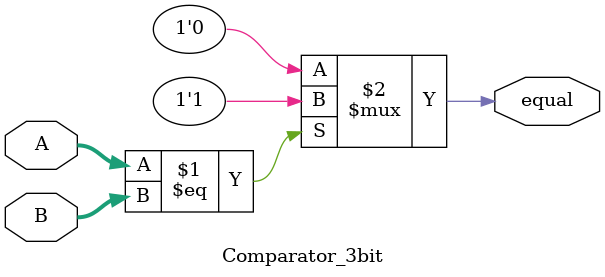
<source format=v>
module Comparator_3bit(A, B, equal);
input [2:0] A;
input [2:0] B;
output equal;

	assign equal = (A == B)? 1'b1: 1'b0;

endmodule 
</source>
